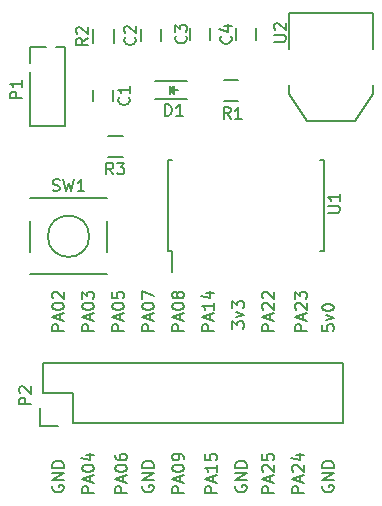
<source format=gto>
G04 #@! TF.FileFunction,Legend,Top*
%FSLAX46Y46*%
G04 Gerber Fmt 4.6, Leading zero omitted, Abs format (unit mm)*
G04 Created by KiCad (PCBNEW 4.0.1-stable) date Wednesday, August 10, 2016 'PMt' 06:55:05 PM*
%MOMM*%
G01*
G04 APERTURE LIST*
%ADD10C,0.100000*%
%ADD11C,0.150000*%
G04 APERTURE END LIST*
D10*
D11*
X130754381Y-135754857D02*
X129754381Y-135754857D01*
X129754381Y-135373904D01*
X129802000Y-135278666D01*
X129849619Y-135231047D01*
X129944857Y-135183428D01*
X130087714Y-135183428D01*
X130182952Y-135231047D01*
X130230571Y-135278666D01*
X130278190Y-135373904D01*
X130278190Y-135754857D01*
X130468667Y-134802476D02*
X130468667Y-134326285D01*
X130754381Y-134897714D02*
X129754381Y-134564381D01*
X130754381Y-134231047D01*
X129849619Y-133945333D02*
X129802000Y-133897714D01*
X129754381Y-133802476D01*
X129754381Y-133564380D01*
X129802000Y-133469142D01*
X129849619Y-133421523D01*
X129944857Y-133373904D01*
X130040095Y-133373904D01*
X130182952Y-133421523D01*
X130754381Y-133992952D01*
X130754381Y-133373904D01*
X130087714Y-132516761D02*
X130754381Y-132516761D01*
X129706762Y-132754857D02*
X130421048Y-132992952D01*
X130421048Y-132373904D01*
X128214381Y-135754857D02*
X127214381Y-135754857D01*
X127214381Y-135373904D01*
X127262000Y-135278666D01*
X127309619Y-135231047D01*
X127404857Y-135183428D01*
X127547714Y-135183428D01*
X127642952Y-135231047D01*
X127690571Y-135278666D01*
X127738190Y-135373904D01*
X127738190Y-135754857D01*
X127928667Y-134802476D02*
X127928667Y-134326285D01*
X128214381Y-134897714D02*
X127214381Y-134564381D01*
X128214381Y-134231047D01*
X127309619Y-133945333D02*
X127262000Y-133897714D01*
X127214381Y-133802476D01*
X127214381Y-133564380D01*
X127262000Y-133469142D01*
X127309619Y-133421523D01*
X127404857Y-133373904D01*
X127500095Y-133373904D01*
X127642952Y-133421523D01*
X128214381Y-133992952D01*
X128214381Y-133373904D01*
X127214381Y-132469142D02*
X127214381Y-132945333D01*
X127690571Y-132992952D01*
X127642952Y-132945333D01*
X127595333Y-132850095D01*
X127595333Y-132611999D01*
X127642952Y-132516761D01*
X127690571Y-132469142D01*
X127785810Y-132421523D01*
X128023905Y-132421523D01*
X128119143Y-132469142D01*
X128166762Y-132516761D01*
X128214381Y-132611999D01*
X128214381Y-132850095D01*
X128166762Y-132945333D01*
X128119143Y-132992952D01*
X124976000Y-135127904D02*
X124928381Y-135223142D01*
X124928381Y-135365999D01*
X124976000Y-135508857D01*
X125071238Y-135604095D01*
X125166476Y-135651714D01*
X125356952Y-135699333D01*
X125499810Y-135699333D01*
X125690286Y-135651714D01*
X125785524Y-135604095D01*
X125880762Y-135508857D01*
X125928381Y-135365999D01*
X125928381Y-135270761D01*
X125880762Y-135127904D01*
X125833143Y-135080285D01*
X125499810Y-135080285D01*
X125499810Y-135270761D01*
X125928381Y-134651714D02*
X124928381Y-134651714D01*
X125928381Y-134080285D01*
X124928381Y-134080285D01*
X125928381Y-133604095D02*
X124928381Y-133604095D01*
X124928381Y-133366000D01*
X124976000Y-133223142D01*
X125071238Y-133127904D01*
X125166476Y-133080285D01*
X125356952Y-133032666D01*
X125499810Y-133032666D01*
X125690286Y-133080285D01*
X125785524Y-133127904D01*
X125880762Y-133223142D01*
X125928381Y-133366000D01*
X125928381Y-133604095D01*
X117102000Y-135127904D02*
X117054381Y-135223142D01*
X117054381Y-135365999D01*
X117102000Y-135508857D01*
X117197238Y-135604095D01*
X117292476Y-135651714D01*
X117482952Y-135699333D01*
X117625810Y-135699333D01*
X117816286Y-135651714D01*
X117911524Y-135604095D01*
X118006762Y-135508857D01*
X118054381Y-135365999D01*
X118054381Y-135270761D01*
X118006762Y-135127904D01*
X117959143Y-135080285D01*
X117625810Y-135080285D01*
X117625810Y-135270761D01*
X118054381Y-134651714D02*
X117054381Y-134651714D01*
X118054381Y-134080285D01*
X117054381Y-134080285D01*
X118054381Y-133604095D02*
X117054381Y-133604095D01*
X117054381Y-133366000D01*
X117102000Y-133223142D01*
X117197238Y-133127904D01*
X117292476Y-133080285D01*
X117482952Y-133032666D01*
X117625810Y-133032666D01*
X117816286Y-133080285D01*
X117911524Y-133127904D01*
X118006762Y-133223142D01*
X118054381Y-133366000D01*
X118054381Y-133604095D01*
X132294381Y-121523047D02*
X132294381Y-121999238D01*
X132770571Y-122046857D01*
X132722952Y-121999238D01*
X132675333Y-121904000D01*
X132675333Y-121665904D01*
X132722952Y-121570666D01*
X132770571Y-121523047D01*
X132865810Y-121475428D01*
X133103905Y-121475428D01*
X133199143Y-121523047D01*
X133246762Y-121570666D01*
X133294381Y-121665904D01*
X133294381Y-121904000D01*
X133246762Y-121999238D01*
X133199143Y-122046857D01*
X132627714Y-121142095D02*
X133294381Y-120904000D01*
X132627714Y-120665904D01*
X132294381Y-120094476D02*
X132294381Y-119999237D01*
X132342000Y-119903999D01*
X132389619Y-119856380D01*
X132484857Y-119808761D01*
X132675333Y-119761142D01*
X132913429Y-119761142D01*
X133103905Y-119808761D01*
X133199143Y-119856380D01*
X133246762Y-119903999D01*
X133294381Y-119999237D01*
X133294381Y-120094476D01*
X133246762Y-120189714D01*
X133199143Y-120237333D01*
X133103905Y-120284952D01*
X132913429Y-120332571D01*
X132675333Y-120332571D01*
X132484857Y-120284952D01*
X132389619Y-120237333D01*
X132342000Y-120189714D01*
X132294381Y-120094476D01*
X132342000Y-135127904D02*
X132294381Y-135223142D01*
X132294381Y-135365999D01*
X132342000Y-135508857D01*
X132437238Y-135604095D01*
X132532476Y-135651714D01*
X132722952Y-135699333D01*
X132865810Y-135699333D01*
X133056286Y-135651714D01*
X133151524Y-135604095D01*
X133246762Y-135508857D01*
X133294381Y-135365999D01*
X133294381Y-135270761D01*
X133246762Y-135127904D01*
X133199143Y-135080285D01*
X132865810Y-135080285D01*
X132865810Y-135270761D01*
X133294381Y-134651714D02*
X132294381Y-134651714D01*
X133294381Y-134080285D01*
X132294381Y-134080285D01*
X133294381Y-133604095D02*
X132294381Y-133604095D01*
X132294381Y-133366000D01*
X132342000Y-133223142D01*
X132437238Y-133127904D01*
X132532476Y-133080285D01*
X132722952Y-133032666D01*
X132865810Y-133032666D01*
X133056286Y-133080285D01*
X133151524Y-133127904D01*
X133246762Y-133223142D01*
X133294381Y-133366000D01*
X133294381Y-133604095D01*
X131008381Y-122038857D02*
X130008381Y-122038857D01*
X130008381Y-121657904D01*
X130056000Y-121562666D01*
X130103619Y-121515047D01*
X130198857Y-121467428D01*
X130341714Y-121467428D01*
X130436952Y-121515047D01*
X130484571Y-121562666D01*
X130532190Y-121657904D01*
X130532190Y-122038857D01*
X130722667Y-121086476D02*
X130722667Y-120610285D01*
X131008381Y-121181714D02*
X130008381Y-120848381D01*
X131008381Y-120515047D01*
X130103619Y-120229333D02*
X130056000Y-120181714D01*
X130008381Y-120086476D01*
X130008381Y-119848380D01*
X130056000Y-119753142D01*
X130103619Y-119705523D01*
X130198857Y-119657904D01*
X130294095Y-119657904D01*
X130436952Y-119705523D01*
X131008381Y-120276952D01*
X131008381Y-119657904D01*
X130008381Y-119324571D02*
X130008381Y-118705523D01*
X130389333Y-119038857D01*
X130389333Y-118895999D01*
X130436952Y-118800761D01*
X130484571Y-118753142D01*
X130579810Y-118705523D01*
X130817905Y-118705523D01*
X130913143Y-118753142D01*
X130960762Y-118800761D01*
X131008381Y-118895999D01*
X131008381Y-119181714D01*
X130960762Y-119276952D01*
X130913143Y-119324571D01*
X128214381Y-122038857D02*
X127214381Y-122038857D01*
X127214381Y-121657904D01*
X127262000Y-121562666D01*
X127309619Y-121515047D01*
X127404857Y-121467428D01*
X127547714Y-121467428D01*
X127642952Y-121515047D01*
X127690571Y-121562666D01*
X127738190Y-121657904D01*
X127738190Y-122038857D01*
X127928667Y-121086476D02*
X127928667Y-120610285D01*
X128214381Y-121181714D02*
X127214381Y-120848381D01*
X128214381Y-120515047D01*
X127309619Y-120229333D02*
X127262000Y-120181714D01*
X127214381Y-120086476D01*
X127214381Y-119848380D01*
X127262000Y-119753142D01*
X127309619Y-119705523D01*
X127404857Y-119657904D01*
X127500095Y-119657904D01*
X127642952Y-119705523D01*
X128214381Y-120276952D01*
X128214381Y-119657904D01*
X127309619Y-119276952D02*
X127262000Y-119229333D01*
X127214381Y-119134095D01*
X127214381Y-118895999D01*
X127262000Y-118800761D01*
X127309619Y-118753142D01*
X127404857Y-118705523D01*
X127500095Y-118705523D01*
X127642952Y-118753142D01*
X128214381Y-119324571D01*
X128214381Y-118705523D01*
X124674381Y-121840476D02*
X124674381Y-121221428D01*
X125055333Y-121554762D01*
X125055333Y-121411904D01*
X125102952Y-121316666D01*
X125150571Y-121269047D01*
X125245810Y-121221428D01*
X125483905Y-121221428D01*
X125579143Y-121269047D01*
X125626762Y-121316666D01*
X125674381Y-121411904D01*
X125674381Y-121697619D01*
X125626762Y-121792857D01*
X125579143Y-121840476D01*
X125007714Y-120888095D02*
X125674381Y-120650000D01*
X125007714Y-120411904D01*
X124674381Y-120126190D02*
X124674381Y-119507142D01*
X125055333Y-119840476D01*
X125055333Y-119697618D01*
X125102952Y-119602380D01*
X125150571Y-119554761D01*
X125245810Y-119507142D01*
X125483905Y-119507142D01*
X125579143Y-119554761D01*
X125626762Y-119602380D01*
X125674381Y-119697618D01*
X125674381Y-119983333D01*
X125626762Y-120078571D01*
X125579143Y-120126190D01*
X123134381Y-122038857D02*
X122134381Y-122038857D01*
X122134381Y-121657904D01*
X122182000Y-121562666D01*
X122229619Y-121515047D01*
X122324857Y-121467428D01*
X122467714Y-121467428D01*
X122562952Y-121515047D01*
X122610571Y-121562666D01*
X122658190Y-121657904D01*
X122658190Y-122038857D01*
X122848667Y-121086476D02*
X122848667Y-120610285D01*
X123134381Y-121181714D02*
X122134381Y-120848381D01*
X123134381Y-120515047D01*
X123134381Y-119657904D02*
X123134381Y-120229333D01*
X123134381Y-119943619D02*
X122134381Y-119943619D01*
X122277238Y-120038857D01*
X122372476Y-120134095D01*
X122420095Y-120229333D01*
X122467714Y-118800761D02*
X123134381Y-118800761D01*
X122086762Y-119038857D02*
X122801048Y-119276952D01*
X122801048Y-118657904D01*
X123388381Y-135754857D02*
X122388381Y-135754857D01*
X122388381Y-135373904D01*
X122436000Y-135278666D01*
X122483619Y-135231047D01*
X122578857Y-135183428D01*
X122721714Y-135183428D01*
X122816952Y-135231047D01*
X122864571Y-135278666D01*
X122912190Y-135373904D01*
X122912190Y-135754857D01*
X123102667Y-134802476D02*
X123102667Y-134326285D01*
X123388381Y-134897714D02*
X122388381Y-134564381D01*
X123388381Y-134231047D01*
X123388381Y-133373904D02*
X123388381Y-133945333D01*
X123388381Y-133659619D02*
X122388381Y-133659619D01*
X122531238Y-133754857D01*
X122626476Y-133850095D01*
X122674095Y-133945333D01*
X122388381Y-132469142D02*
X122388381Y-132945333D01*
X122864571Y-132992952D01*
X122816952Y-132945333D01*
X122769333Y-132850095D01*
X122769333Y-132611999D01*
X122816952Y-132516761D01*
X122864571Y-132469142D01*
X122959810Y-132421523D01*
X123197905Y-132421523D01*
X123293143Y-132469142D01*
X123340762Y-132516761D01*
X123388381Y-132611999D01*
X123388381Y-132850095D01*
X123340762Y-132945333D01*
X123293143Y-132992952D01*
X120594381Y-135754857D02*
X119594381Y-135754857D01*
X119594381Y-135373904D01*
X119642000Y-135278666D01*
X119689619Y-135231047D01*
X119784857Y-135183428D01*
X119927714Y-135183428D01*
X120022952Y-135231047D01*
X120070571Y-135278666D01*
X120118190Y-135373904D01*
X120118190Y-135754857D01*
X120308667Y-134802476D02*
X120308667Y-134326285D01*
X120594381Y-134897714D02*
X119594381Y-134564381D01*
X120594381Y-134231047D01*
X119594381Y-133707238D02*
X119594381Y-133611999D01*
X119642000Y-133516761D01*
X119689619Y-133469142D01*
X119784857Y-133421523D01*
X119975333Y-133373904D01*
X120213429Y-133373904D01*
X120403905Y-133421523D01*
X120499143Y-133469142D01*
X120546762Y-133516761D01*
X120594381Y-133611999D01*
X120594381Y-133707238D01*
X120546762Y-133802476D01*
X120499143Y-133850095D01*
X120403905Y-133897714D01*
X120213429Y-133945333D01*
X119975333Y-133945333D01*
X119784857Y-133897714D01*
X119689619Y-133850095D01*
X119642000Y-133802476D01*
X119594381Y-133707238D01*
X120594381Y-132897714D02*
X120594381Y-132707238D01*
X120546762Y-132611999D01*
X120499143Y-132564380D01*
X120356286Y-132469142D01*
X120165810Y-132421523D01*
X119784857Y-132421523D01*
X119689619Y-132469142D01*
X119642000Y-132516761D01*
X119594381Y-132611999D01*
X119594381Y-132802476D01*
X119642000Y-132897714D01*
X119689619Y-132945333D01*
X119784857Y-132992952D01*
X120022952Y-132992952D01*
X120118190Y-132945333D01*
X120165810Y-132897714D01*
X120213429Y-132802476D01*
X120213429Y-132611999D01*
X120165810Y-132516761D01*
X120118190Y-132469142D01*
X120022952Y-132421523D01*
X120594381Y-122038857D02*
X119594381Y-122038857D01*
X119594381Y-121657904D01*
X119642000Y-121562666D01*
X119689619Y-121515047D01*
X119784857Y-121467428D01*
X119927714Y-121467428D01*
X120022952Y-121515047D01*
X120070571Y-121562666D01*
X120118190Y-121657904D01*
X120118190Y-122038857D01*
X120308667Y-121086476D02*
X120308667Y-120610285D01*
X120594381Y-121181714D02*
X119594381Y-120848381D01*
X120594381Y-120515047D01*
X119594381Y-119991238D02*
X119594381Y-119895999D01*
X119642000Y-119800761D01*
X119689619Y-119753142D01*
X119784857Y-119705523D01*
X119975333Y-119657904D01*
X120213429Y-119657904D01*
X120403905Y-119705523D01*
X120499143Y-119753142D01*
X120546762Y-119800761D01*
X120594381Y-119895999D01*
X120594381Y-119991238D01*
X120546762Y-120086476D01*
X120499143Y-120134095D01*
X120403905Y-120181714D01*
X120213429Y-120229333D01*
X119975333Y-120229333D01*
X119784857Y-120181714D01*
X119689619Y-120134095D01*
X119642000Y-120086476D01*
X119594381Y-119991238D01*
X120022952Y-119086476D02*
X119975333Y-119181714D01*
X119927714Y-119229333D01*
X119832476Y-119276952D01*
X119784857Y-119276952D01*
X119689619Y-119229333D01*
X119642000Y-119181714D01*
X119594381Y-119086476D01*
X119594381Y-118895999D01*
X119642000Y-118800761D01*
X119689619Y-118753142D01*
X119784857Y-118705523D01*
X119832476Y-118705523D01*
X119927714Y-118753142D01*
X119975333Y-118800761D01*
X120022952Y-118895999D01*
X120022952Y-119086476D01*
X120070571Y-119181714D01*
X120118190Y-119229333D01*
X120213429Y-119276952D01*
X120403905Y-119276952D01*
X120499143Y-119229333D01*
X120546762Y-119181714D01*
X120594381Y-119086476D01*
X120594381Y-118895999D01*
X120546762Y-118800761D01*
X120499143Y-118753142D01*
X120403905Y-118705523D01*
X120213429Y-118705523D01*
X120118190Y-118753142D01*
X120070571Y-118800761D01*
X120022952Y-118895999D01*
X118054381Y-122038857D02*
X117054381Y-122038857D01*
X117054381Y-121657904D01*
X117102000Y-121562666D01*
X117149619Y-121515047D01*
X117244857Y-121467428D01*
X117387714Y-121467428D01*
X117482952Y-121515047D01*
X117530571Y-121562666D01*
X117578190Y-121657904D01*
X117578190Y-122038857D01*
X117768667Y-121086476D02*
X117768667Y-120610285D01*
X118054381Y-121181714D02*
X117054381Y-120848381D01*
X118054381Y-120515047D01*
X117054381Y-119991238D02*
X117054381Y-119895999D01*
X117102000Y-119800761D01*
X117149619Y-119753142D01*
X117244857Y-119705523D01*
X117435333Y-119657904D01*
X117673429Y-119657904D01*
X117863905Y-119705523D01*
X117959143Y-119753142D01*
X118006762Y-119800761D01*
X118054381Y-119895999D01*
X118054381Y-119991238D01*
X118006762Y-120086476D01*
X117959143Y-120134095D01*
X117863905Y-120181714D01*
X117673429Y-120229333D01*
X117435333Y-120229333D01*
X117244857Y-120181714D01*
X117149619Y-120134095D01*
X117102000Y-120086476D01*
X117054381Y-119991238D01*
X117054381Y-119324571D02*
X117054381Y-118657904D01*
X118054381Y-119086476D01*
X115768381Y-135754857D02*
X114768381Y-135754857D01*
X114768381Y-135373904D01*
X114816000Y-135278666D01*
X114863619Y-135231047D01*
X114958857Y-135183428D01*
X115101714Y-135183428D01*
X115196952Y-135231047D01*
X115244571Y-135278666D01*
X115292190Y-135373904D01*
X115292190Y-135754857D01*
X115482667Y-134802476D02*
X115482667Y-134326285D01*
X115768381Y-134897714D02*
X114768381Y-134564381D01*
X115768381Y-134231047D01*
X114768381Y-133707238D02*
X114768381Y-133611999D01*
X114816000Y-133516761D01*
X114863619Y-133469142D01*
X114958857Y-133421523D01*
X115149333Y-133373904D01*
X115387429Y-133373904D01*
X115577905Y-133421523D01*
X115673143Y-133469142D01*
X115720762Y-133516761D01*
X115768381Y-133611999D01*
X115768381Y-133707238D01*
X115720762Y-133802476D01*
X115673143Y-133850095D01*
X115577905Y-133897714D01*
X115387429Y-133945333D01*
X115149333Y-133945333D01*
X114958857Y-133897714D01*
X114863619Y-133850095D01*
X114816000Y-133802476D01*
X114768381Y-133707238D01*
X114768381Y-132516761D02*
X114768381Y-132707238D01*
X114816000Y-132802476D01*
X114863619Y-132850095D01*
X115006476Y-132945333D01*
X115196952Y-132992952D01*
X115577905Y-132992952D01*
X115673143Y-132945333D01*
X115720762Y-132897714D01*
X115768381Y-132802476D01*
X115768381Y-132611999D01*
X115720762Y-132516761D01*
X115673143Y-132469142D01*
X115577905Y-132421523D01*
X115339810Y-132421523D01*
X115244571Y-132469142D01*
X115196952Y-132516761D01*
X115149333Y-132611999D01*
X115149333Y-132802476D01*
X115196952Y-132897714D01*
X115244571Y-132945333D01*
X115339810Y-132992952D01*
X115514381Y-122038857D02*
X114514381Y-122038857D01*
X114514381Y-121657904D01*
X114562000Y-121562666D01*
X114609619Y-121515047D01*
X114704857Y-121467428D01*
X114847714Y-121467428D01*
X114942952Y-121515047D01*
X114990571Y-121562666D01*
X115038190Y-121657904D01*
X115038190Y-122038857D01*
X115228667Y-121086476D02*
X115228667Y-120610285D01*
X115514381Y-121181714D02*
X114514381Y-120848381D01*
X115514381Y-120515047D01*
X114514381Y-119991238D02*
X114514381Y-119895999D01*
X114562000Y-119800761D01*
X114609619Y-119753142D01*
X114704857Y-119705523D01*
X114895333Y-119657904D01*
X115133429Y-119657904D01*
X115323905Y-119705523D01*
X115419143Y-119753142D01*
X115466762Y-119800761D01*
X115514381Y-119895999D01*
X115514381Y-119991238D01*
X115466762Y-120086476D01*
X115419143Y-120134095D01*
X115323905Y-120181714D01*
X115133429Y-120229333D01*
X114895333Y-120229333D01*
X114704857Y-120181714D01*
X114609619Y-120134095D01*
X114562000Y-120086476D01*
X114514381Y-119991238D01*
X114514381Y-118753142D02*
X114514381Y-119229333D01*
X114990571Y-119276952D01*
X114942952Y-119229333D01*
X114895333Y-119134095D01*
X114895333Y-118895999D01*
X114942952Y-118800761D01*
X114990571Y-118753142D01*
X115085810Y-118705523D01*
X115323905Y-118705523D01*
X115419143Y-118753142D01*
X115466762Y-118800761D01*
X115514381Y-118895999D01*
X115514381Y-119134095D01*
X115466762Y-119229333D01*
X115419143Y-119276952D01*
X112974381Y-135754857D02*
X111974381Y-135754857D01*
X111974381Y-135373904D01*
X112022000Y-135278666D01*
X112069619Y-135231047D01*
X112164857Y-135183428D01*
X112307714Y-135183428D01*
X112402952Y-135231047D01*
X112450571Y-135278666D01*
X112498190Y-135373904D01*
X112498190Y-135754857D01*
X112688667Y-134802476D02*
X112688667Y-134326285D01*
X112974381Y-134897714D02*
X111974381Y-134564381D01*
X112974381Y-134231047D01*
X111974381Y-133707238D02*
X111974381Y-133611999D01*
X112022000Y-133516761D01*
X112069619Y-133469142D01*
X112164857Y-133421523D01*
X112355333Y-133373904D01*
X112593429Y-133373904D01*
X112783905Y-133421523D01*
X112879143Y-133469142D01*
X112926762Y-133516761D01*
X112974381Y-133611999D01*
X112974381Y-133707238D01*
X112926762Y-133802476D01*
X112879143Y-133850095D01*
X112783905Y-133897714D01*
X112593429Y-133945333D01*
X112355333Y-133945333D01*
X112164857Y-133897714D01*
X112069619Y-133850095D01*
X112022000Y-133802476D01*
X111974381Y-133707238D01*
X112307714Y-132516761D02*
X112974381Y-132516761D01*
X111926762Y-132754857D02*
X112641048Y-132992952D01*
X112641048Y-132373904D01*
X112974381Y-122038857D02*
X111974381Y-122038857D01*
X111974381Y-121657904D01*
X112022000Y-121562666D01*
X112069619Y-121515047D01*
X112164857Y-121467428D01*
X112307714Y-121467428D01*
X112402952Y-121515047D01*
X112450571Y-121562666D01*
X112498190Y-121657904D01*
X112498190Y-122038857D01*
X112688667Y-121086476D02*
X112688667Y-120610285D01*
X112974381Y-121181714D02*
X111974381Y-120848381D01*
X112974381Y-120515047D01*
X111974381Y-119991238D02*
X111974381Y-119895999D01*
X112022000Y-119800761D01*
X112069619Y-119753142D01*
X112164857Y-119705523D01*
X112355333Y-119657904D01*
X112593429Y-119657904D01*
X112783905Y-119705523D01*
X112879143Y-119753142D01*
X112926762Y-119800761D01*
X112974381Y-119895999D01*
X112974381Y-119991238D01*
X112926762Y-120086476D01*
X112879143Y-120134095D01*
X112783905Y-120181714D01*
X112593429Y-120229333D01*
X112355333Y-120229333D01*
X112164857Y-120181714D01*
X112069619Y-120134095D01*
X112022000Y-120086476D01*
X111974381Y-119991238D01*
X111974381Y-119324571D02*
X111974381Y-118705523D01*
X112355333Y-119038857D01*
X112355333Y-118895999D01*
X112402952Y-118800761D01*
X112450571Y-118753142D01*
X112545810Y-118705523D01*
X112783905Y-118705523D01*
X112879143Y-118753142D01*
X112926762Y-118800761D01*
X112974381Y-118895999D01*
X112974381Y-119181714D01*
X112926762Y-119276952D01*
X112879143Y-119324571D01*
X110434381Y-122038857D02*
X109434381Y-122038857D01*
X109434381Y-121657904D01*
X109482000Y-121562666D01*
X109529619Y-121515047D01*
X109624857Y-121467428D01*
X109767714Y-121467428D01*
X109862952Y-121515047D01*
X109910571Y-121562666D01*
X109958190Y-121657904D01*
X109958190Y-122038857D01*
X110148667Y-121086476D02*
X110148667Y-120610285D01*
X110434381Y-121181714D02*
X109434381Y-120848381D01*
X110434381Y-120515047D01*
X109434381Y-119991238D02*
X109434381Y-119895999D01*
X109482000Y-119800761D01*
X109529619Y-119753142D01*
X109624857Y-119705523D01*
X109815333Y-119657904D01*
X110053429Y-119657904D01*
X110243905Y-119705523D01*
X110339143Y-119753142D01*
X110386762Y-119800761D01*
X110434381Y-119895999D01*
X110434381Y-119991238D01*
X110386762Y-120086476D01*
X110339143Y-120134095D01*
X110243905Y-120181714D01*
X110053429Y-120229333D01*
X109815333Y-120229333D01*
X109624857Y-120181714D01*
X109529619Y-120134095D01*
X109482000Y-120086476D01*
X109434381Y-119991238D01*
X109529619Y-119276952D02*
X109482000Y-119229333D01*
X109434381Y-119134095D01*
X109434381Y-118895999D01*
X109482000Y-118800761D01*
X109529619Y-118753142D01*
X109624857Y-118705523D01*
X109720095Y-118705523D01*
X109862952Y-118753142D01*
X110434381Y-119324571D01*
X110434381Y-118705523D01*
X109482000Y-135127904D02*
X109434381Y-135223142D01*
X109434381Y-135365999D01*
X109482000Y-135508857D01*
X109577238Y-135604095D01*
X109672476Y-135651714D01*
X109862952Y-135699333D01*
X110005810Y-135699333D01*
X110196286Y-135651714D01*
X110291524Y-135604095D01*
X110386762Y-135508857D01*
X110434381Y-135365999D01*
X110434381Y-135270761D01*
X110386762Y-135127904D01*
X110339143Y-135080285D01*
X110005810Y-135080285D01*
X110005810Y-135270761D01*
X110434381Y-134651714D02*
X109434381Y-134651714D01*
X110434381Y-134080285D01*
X109434381Y-134080285D01*
X110434381Y-133604095D02*
X109434381Y-133604095D01*
X109434381Y-133366000D01*
X109482000Y-133223142D01*
X109577238Y-133127904D01*
X109672476Y-133080285D01*
X109862952Y-133032666D01*
X110005810Y-133032666D01*
X110196286Y-133080285D01*
X110291524Y-133127904D01*
X110386762Y-133223142D01*
X110434381Y-133366000D01*
X110434381Y-133604095D01*
X119285000Y-115265000D02*
X119620000Y-115265000D01*
X119285000Y-107515000D02*
X119620000Y-107515000D01*
X132435000Y-107515000D02*
X132100000Y-107515000D01*
X132435000Y-115265000D02*
X132100000Y-115265000D01*
X119285000Y-115265000D02*
X119285000Y-107515000D01*
X132435000Y-115265000D02*
X132435000Y-107515000D01*
X119620000Y-115265000D02*
X119620000Y-117065000D01*
X114640000Y-102600000D02*
X114640000Y-101600000D01*
X112940000Y-101600000D02*
X112940000Y-102600000D01*
X118640000Y-97450000D02*
X118640000Y-96450000D01*
X116940000Y-96450000D02*
X116940000Y-97450000D01*
X122840000Y-97410000D02*
X122840000Y-96410000D01*
X121140000Y-96410000D02*
X121140000Y-97410000D01*
X124980000Y-96410000D02*
X124980000Y-97410000D01*
X126680000Y-97410000D02*
X126680000Y-96410000D01*
X118139020Y-102410000D02*
X120839020Y-102410000D01*
X118139020Y-100910000D02*
X120839020Y-100910000D01*
X119639020Y-101810000D02*
X119639020Y-101560000D01*
X119639020Y-101560000D02*
X119489020Y-101710000D01*
X119389020Y-101310000D02*
X119389020Y-102010000D01*
X119739020Y-101660000D02*
X120089020Y-101660000D01*
X119389020Y-101660000D02*
X119739020Y-101310000D01*
X119739020Y-101310000D02*
X119739020Y-102010000D01*
X119739020Y-102010000D02*
X119389020Y-101660000D01*
X125190000Y-102535000D02*
X123990000Y-102535000D01*
X123990000Y-100785000D02*
X125190000Y-100785000D01*
X112915000Y-97650000D02*
X112915000Y-96450000D01*
X114665000Y-96450000D02*
X114665000Y-97650000D01*
X115408000Y-107301000D02*
X114208000Y-107301000D01*
X114208000Y-105551000D02*
X115408000Y-105551000D01*
X136586000Y-98128000D02*
X136586000Y-95080000D01*
X136586000Y-95080000D02*
X129474000Y-95080000D01*
X129474000Y-95080000D02*
X129474000Y-98128000D01*
X136586000Y-101176000D02*
X136586000Y-101938000D01*
X136586000Y-101938000D02*
X135062000Y-104224000D01*
X135062000Y-104224000D02*
X130998000Y-104224000D01*
X130998000Y-104224000D02*
X129474000Y-101938000D01*
X129474000Y-101938000D02*
X129474000Y-101176000D01*
X110558000Y-98006000D02*
X109758000Y-98006000D01*
X110558000Y-104656000D02*
X110558000Y-98006000D01*
X110558000Y-104656000D02*
X107608000Y-104656000D01*
X107608000Y-104656000D02*
X107608000Y-100106000D01*
X108958000Y-98006000D02*
X107608000Y-98006000D01*
X107608000Y-98006000D02*
X107608000Y-99306000D01*
X112583714Y-114010000D02*
G75*
G03X112583714Y-114010000I-1750714J0D01*
G01*
X114058000Y-110785000D02*
X114058000Y-110810000D01*
X114058000Y-117235000D02*
X114058000Y-117210000D01*
X107608000Y-117235000D02*
X107608000Y-117210000D01*
X107608000Y-110810000D02*
X107608000Y-110785000D01*
X114058000Y-112710000D02*
X114058000Y-115310000D01*
X107608000Y-110785000D02*
X114058000Y-110785000D01*
X107608000Y-112710000D02*
X107608000Y-115310000D01*
X107608000Y-117235000D02*
X114058000Y-117235000D01*
X134112000Y-124714000D02*
X108712000Y-124714000D01*
X111252000Y-129794000D02*
X134112000Y-129794000D01*
X134112000Y-124714000D02*
X134112000Y-129794000D01*
X108712000Y-124714000D02*
X108712000Y-127254000D01*
X108432000Y-128524000D02*
X108432000Y-130074000D01*
X108712000Y-127254000D02*
X111252000Y-127254000D01*
X111252000Y-127254000D02*
X111252000Y-129794000D01*
X108432000Y-130074000D02*
X109982000Y-130074000D01*
X132802381Y-112013905D02*
X133611905Y-112013905D01*
X133707143Y-111966286D01*
X133754762Y-111918667D01*
X133802381Y-111823429D01*
X133802381Y-111632952D01*
X133754762Y-111537714D01*
X133707143Y-111490095D01*
X133611905Y-111442476D01*
X132802381Y-111442476D01*
X133802381Y-110442476D02*
X133802381Y-111013905D01*
X133802381Y-110728191D02*
X132802381Y-110728191D01*
X132945238Y-110823429D01*
X133040476Y-110918667D01*
X133088095Y-111013905D01*
X115937143Y-102256666D02*
X115984762Y-102304285D01*
X116032381Y-102447142D01*
X116032381Y-102542380D01*
X115984762Y-102685238D01*
X115889524Y-102780476D01*
X115794286Y-102828095D01*
X115603810Y-102875714D01*
X115460952Y-102875714D01*
X115270476Y-102828095D01*
X115175238Y-102780476D01*
X115080000Y-102685238D01*
X115032381Y-102542380D01*
X115032381Y-102447142D01*
X115080000Y-102304285D01*
X115127619Y-102256666D01*
X116032381Y-101304285D02*
X116032381Y-101875714D01*
X116032381Y-101590000D02*
X115032381Y-101590000D01*
X115175238Y-101685238D01*
X115270476Y-101780476D01*
X115318095Y-101875714D01*
X116435143Y-97173906D02*
X116482762Y-97221525D01*
X116530381Y-97364382D01*
X116530381Y-97459620D01*
X116482762Y-97602478D01*
X116387524Y-97697716D01*
X116292286Y-97745335D01*
X116101810Y-97792954D01*
X115958952Y-97792954D01*
X115768476Y-97745335D01*
X115673238Y-97697716D01*
X115578000Y-97602478D01*
X115530381Y-97459620D01*
X115530381Y-97364382D01*
X115578000Y-97221525D01*
X115625619Y-97173906D01*
X115625619Y-96792954D02*
X115578000Y-96745335D01*
X115530381Y-96650097D01*
X115530381Y-96412001D01*
X115578000Y-96316763D01*
X115625619Y-96269144D01*
X115720857Y-96221525D01*
X115816095Y-96221525D01*
X115958952Y-96269144D01*
X116530381Y-96840573D01*
X116530381Y-96221525D01*
X120753143Y-97051666D02*
X120800762Y-97099285D01*
X120848381Y-97242142D01*
X120848381Y-97337380D01*
X120800762Y-97480238D01*
X120705524Y-97575476D01*
X120610286Y-97623095D01*
X120419810Y-97670714D01*
X120276952Y-97670714D01*
X120086476Y-97623095D01*
X119991238Y-97575476D01*
X119896000Y-97480238D01*
X119848381Y-97337380D01*
X119848381Y-97242142D01*
X119896000Y-97099285D01*
X119943619Y-97051666D01*
X119848381Y-96718333D02*
X119848381Y-96099285D01*
X120229333Y-96432619D01*
X120229333Y-96289761D01*
X120276952Y-96194523D01*
X120324571Y-96146904D01*
X120419810Y-96099285D01*
X120657905Y-96099285D01*
X120753143Y-96146904D01*
X120800762Y-96194523D01*
X120848381Y-96289761D01*
X120848381Y-96575476D01*
X120800762Y-96670714D01*
X120753143Y-96718333D01*
X124563143Y-97076666D02*
X124610762Y-97124285D01*
X124658381Y-97267142D01*
X124658381Y-97362380D01*
X124610762Y-97505238D01*
X124515524Y-97600476D01*
X124420286Y-97648095D01*
X124229810Y-97695714D01*
X124086952Y-97695714D01*
X123896476Y-97648095D01*
X123801238Y-97600476D01*
X123706000Y-97505238D01*
X123658381Y-97362380D01*
X123658381Y-97267142D01*
X123706000Y-97124285D01*
X123753619Y-97076666D01*
X123991714Y-96219523D02*
X124658381Y-96219523D01*
X123610762Y-96457619D02*
X124325048Y-96695714D01*
X124325048Y-96076666D01*
X119000925Y-103830381D02*
X119000925Y-102830381D01*
X119239020Y-102830381D01*
X119381878Y-102878000D01*
X119477116Y-102973238D01*
X119524735Y-103068476D01*
X119572354Y-103258952D01*
X119572354Y-103401810D01*
X119524735Y-103592286D01*
X119477116Y-103687524D01*
X119381878Y-103782762D01*
X119239020Y-103830381D01*
X119000925Y-103830381D01*
X120524735Y-103830381D02*
X119953306Y-103830381D01*
X120239020Y-103830381D02*
X120239020Y-102830381D01*
X120143782Y-102973238D01*
X120048544Y-103068476D01*
X119953306Y-103116095D01*
X124547334Y-104084381D02*
X124214000Y-103608190D01*
X123975905Y-104084381D02*
X123975905Y-103084381D01*
X124356858Y-103084381D01*
X124452096Y-103132000D01*
X124499715Y-103179619D01*
X124547334Y-103274857D01*
X124547334Y-103417714D01*
X124499715Y-103512952D01*
X124452096Y-103560571D01*
X124356858Y-103608190D01*
X123975905Y-103608190D01*
X125499715Y-104084381D02*
X124928286Y-104084381D01*
X125214000Y-104084381D02*
X125214000Y-103084381D01*
X125118762Y-103227238D01*
X125023524Y-103322476D01*
X124928286Y-103370095D01*
X112466381Y-97246666D02*
X111990190Y-97580000D01*
X112466381Y-97818095D02*
X111466381Y-97818095D01*
X111466381Y-97437142D01*
X111514000Y-97341904D01*
X111561619Y-97294285D01*
X111656857Y-97246666D01*
X111799714Y-97246666D01*
X111894952Y-97294285D01*
X111942571Y-97341904D01*
X111990190Y-97437142D01*
X111990190Y-97818095D01*
X111561619Y-96865714D02*
X111514000Y-96818095D01*
X111466381Y-96722857D01*
X111466381Y-96484761D01*
X111514000Y-96389523D01*
X111561619Y-96341904D01*
X111656857Y-96294285D01*
X111752095Y-96294285D01*
X111894952Y-96341904D01*
X112466381Y-96913333D01*
X112466381Y-96294285D01*
X114617454Y-108778941D02*
X114284120Y-108302750D01*
X114046025Y-108778941D02*
X114046025Y-107778941D01*
X114426978Y-107778941D01*
X114522216Y-107826560D01*
X114569835Y-107874179D01*
X114617454Y-107969417D01*
X114617454Y-108112274D01*
X114569835Y-108207512D01*
X114522216Y-108255131D01*
X114426978Y-108302750D01*
X114046025Y-108302750D01*
X114950787Y-107778941D02*
X115569835Y-107778941D01*
X115236501Y-108159893D01*
X115379359Y-108159893D01*
X115474597Y-108207512D01*
X115522216Y-108255131D01*
X115569835Y-108350370D01*
X115569835Y-108588465D01*
X115522216Y-108683703D01*
X115474597Y-108731322D01*
X115379359Y-108778941D01*
X115093644Y-108778941D01*
X114998406Y-108731322D01*
X114950787Y-108683703D01*
X128230381Y-97535905D02*
X129039905Y-97535905D01*
X129135143Y-97488286D01*
X129182762Y-97440667D01*
X129230381Y-97345429D01*
X129230381Y-97154952D01*
X129182762Y-97059714D01*
X129135143Y-97012095D01*
X129039905Y-96964476D01*
X128230381Y-96964476D01*
X128325619Y-96535905D02*
X128278000Y-96488286D01*
X128230381Y-96393048D01*
X128230381Y-96154952D01*
X128278000Y-96059714D01*
X128325619Y-96012095D01*
X128420857Y-95964476D01*
X128516095Y-95964476D01*
X128658952Y-96012095D01*
X129230381Y-96583524D01*
X129230381Y-95964476D01*
X106878381Y-102338095D02*
X105878381Y-102338095D01*
X105878381Y-101957142D01*
X105926000Y-101861904D01*
X105973619Y-101814285D01*
X106068857Y-101766666D01*
X106211714Y-101766666D01*
X106306952Y-101814285D01*
X106354571Y-101861904D01*
X106402190Y-101957142D01*
X106402190Y-102338095D01*
X106878381Y-100814285D02*
X106878381Y-101385714D01*
X106878381Y-101100000D02*
X105878381Y-101100000D01*
X106021238Y-101195238D01*
X106116476Y-101290476D01*
X106164095Y-101385714D01*
X109499667Y-110132762D02*
X109642524Y-110180381D01*
X109880620Y-110180381D01*
X109975858Y-110132762D01*
X110023477Y-110085143D01*
X110071096Y-109989905D01*
X110071096Y-109894667D01*
X110023477Y-109799429D01*
X109975858Y-109751810D01*
X109880620Y-109704190D01*
X109690143Y-109656571D01*
X109594905Y-109608952D01*
X109547286Y-109561333D01*
X109499667Y-109466095D01*
X109499667Y-109370857D01*
X109547286Y-109275619D01*
X109594905Y-109228000D01*
X109690143Y-109180381D01*
X109928239Y-109180381D01*
X110071096Y-109228000D01*
X110404429Y-109180381D02*
X110642524Y-110180381D01*
X110833001Y-109466095D01*
X111023477Y-110180381D01*
X111261572Y-109180381D01*
X112166334Y-110180381D02*
X111594905Y-110180381D01*
X111880619Y-110180381D02*
X111880619Y-109180381D01*
X111785381Y-109323238D01*
X111690143Y-109418476D01*
X111594905Y-109466095D01*
X107640381Y-128246095D02*
X106640381Y-128246095D01*
X106640381Y-127865142D01*
X106688000Y-127769904D01*
X106735619Y-127722285D01*
X106830857Y-127674666D01*
X106973714Y-127674666D01*
X107068952Y-127722285D01*
X107116571Y-127769904D01*
X107164190Y-127865142D01*
X107164190Y-128246095D01*
X106735619Y-127293714D02*
X106688000Y-127246095D01*
X106640381Y-127150857D01*
X106640381Y-126912761D01*
X106688000Y-126817523D01*
X106735619Y-126769904D01*
X106830857Y-126722285D01*
X106926095Y-126722285D01*
X107068952Y-126769904D01*
X107640381Y-127341333D01*
X107640381Y-126722285D01*
M02*

</source>
